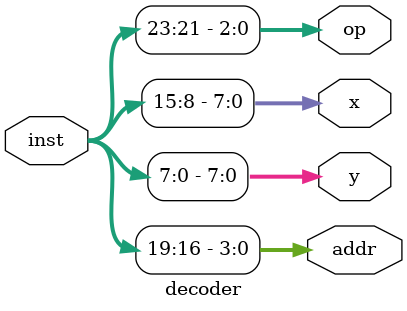
<source format=sv>
module decoder(input logic  [23:0]inst, output logic [3:0]addr,output logic [7:0]y,output logic [7:0]x,output logic [2:0]op);
		always@(*) begin
		 op = inst[23:21];
		 addr = inst[20:16];
		 x = inst[15:8];
		 y = inst[7:0];
		 end		
endmodule
</source>
